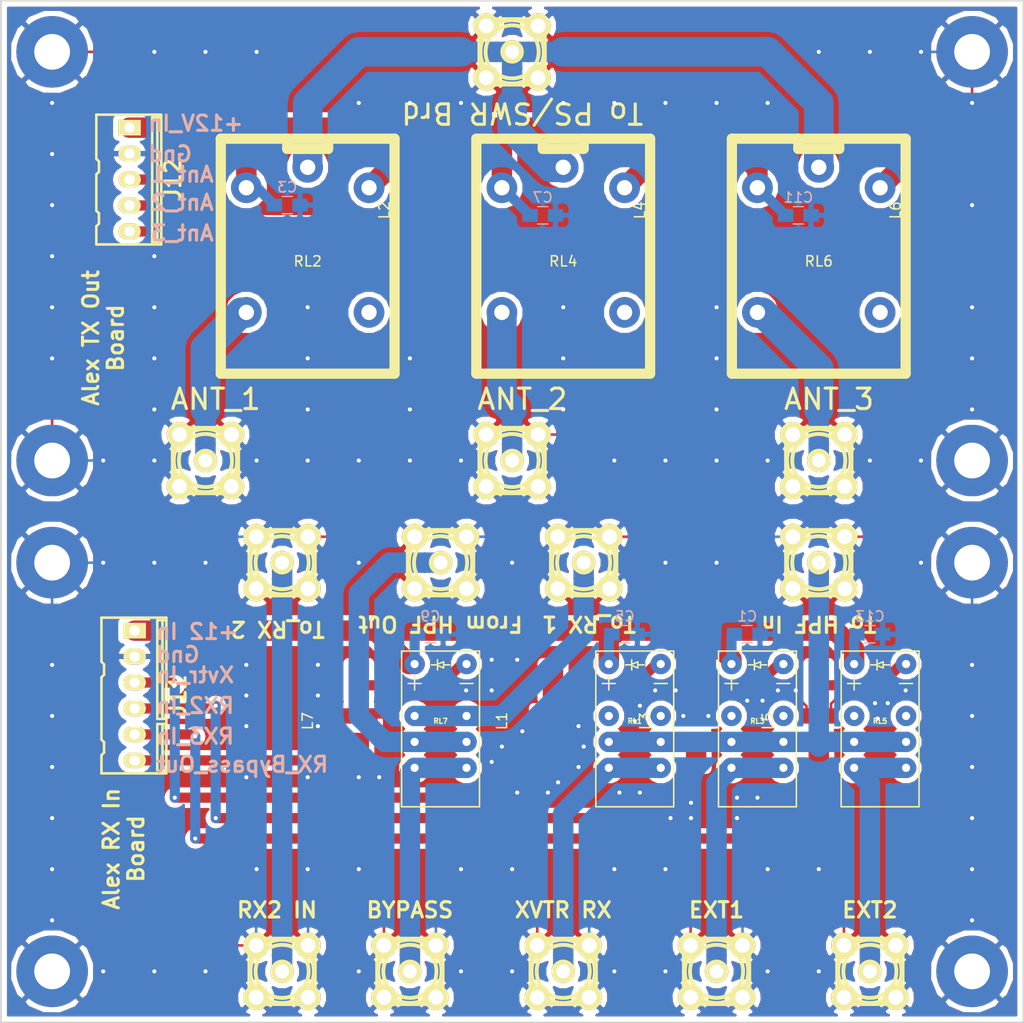
<source format=kicad_pcb>
(kicad_pcb (version 4) (host pcbnew 4.0.7)
  (layers (0 F.Cu signal) (31 B.Cu signal) (34 B.Paste user) (35 F.Paste user) (36 B.SilkS user) (37 F.SilkS user) (38 B.Mask user) (39 F.Mask user) (44 Edge.Cuts user))
  (net 0 "")
  (net 1 GND)
  (net 2 +12V)
  (net 3 "Net-(J1-Pad1)")
  (net 4 "Net-(J2-Pad1)")
  (net 5 "Net-(J3-Pad1)")
  (net 6 "Net-(J4-Pad1)")
  (net 7 "Net-(J5-Pad1)")
  (net 8 "Net-(J6-Pad1)")
  (net 9 "Net-(J7-Pad1)")
  (net 10 "Net-(J8-Pad1)")
  (net 11 "Net-(J9-Pad1)")
  (net 12 "Net-(J10-Pad1)")
  (net 13 Xvtr_IN)
  (net 14 RX2_IN)
  (net 15 RX3_IN)
  (net 16 RX_BYPASS_OUT)
  (net 17 Ant_1)
  (net 18 Ant_2)
  (net 19 Ant_3)
  (net 20 "Net-(J13-Pad1)")
  (net 21 "Net-(J15-Pad1)")
  (net 22 "Net-(L2-Pad1)")
  (net 23 "Net-(L4-Pad1)")
  (net 24 "Net-(L6-Pad1)")
  (net 25 "Net-(L1-Pad1)")
  (net 26 "Net-(L3-Pad1)")
  (net 27 "Net-(L5-Pad1)")
  (net 28 "Net-(L7-Pad1)")
  (module Omron_G5LE:Omron_G5LE (layer F.Cu) (at 100 50)
    (fp_text reference RL6 (at 0 0.5) (layer F.SilkS))
    (fp_text value Omron_G5LE)
    (pad 4 thru_hole circle (at 6 5.5) (size 3 3) (drill 1.5) (layers *.Cu *.Mask))
    (pad 3 thru_hole circle (at -6 5.5) (size 3 3) (drill 1.5) (layers *.Cu *.Mask) (net 12 "Net-(J10-Pad1)"))
    (pad 2 thru_hole circle (at -6 -6.7) (size 3 3) (drill 1.5) (layers *.Cu *.Mask) (net 2 +12V))
    (pad 5 thru_hole circle (at 6 -6.7) (size 3 3) (drill 1.5) (layers *.Cu *.Mask) (net 24 "Net-(L6-Pad1)"))
    (pad 1 thru_hole circle (at 0 -8.7) (size 3 3) (drill 1.5) (layers *.Cu *.Mask) (net 6 "Net-(J4-Pad1)"))
  )
  (module conn_rf:sma_straight_32k101-400l5 (layer F.Cu) (at 47.5 80)
    (fp_text reference J14 hide)
    (fp_text value CONN_COAXIAL hide)
    (pad 1 thru_hole circle (at 0 0) (size 2.3 2.3) (drill 1.35) (layers *.Cu *.Mask F.SilkS) (net 20 "Net-(J13-Pad1)"))
    (pad 2 thru_hole circle (at 2.54 -2.54) (size 2.5 2.5) (drill 1.45) (layers *.Cu *.Mask F.SilkS) (net 1 GND))
    (pad 2 thru_hole circle (at -2.54 -2.54) (size 2.5 2.5) (drill 1.45) (layers *.Cu *.Mask F.SilkS) (net 1 GND))
    (pad 2 thru_hole circle (at -2.54 2.54) (size 2.5 2.5) (drill 1.45) (layers *.Cu *.Mask F.SilkS) (net 1 GND))
    (pad 2 thru_hole circle (at 2.54 2.54) (size 2.5 2.5) (drill 1.45) (layers *.Cu *.Mask F.SilkS) (net 1 GND))
  )
  (module conn_kk100:kk100_22-23-2061 (layer F.Cu) (at 33 93 270)
    (fp_text reference J11 (at 0 -4.318 270) (layer F.SilkS) (effects (font (thickness 0.3048))))
    (fp_text value CONN_01X06 hide)
    (pad 4 thru_hole oval (at 1.27 -0.0762 270) (size 1.524 2.1971) (drill 1.016) (layers *.Cu *.Mask F.SilkS) (net 14 RX2_IN))
    (pad 3 thru_hole oval (at -1.27 -0.0762 270) (size 1.524 2.1971) (drill 1.016) (layers *.Cu *.Mask F.SilkS) (net 13 Xvtr_IN))
    (pad 6 thru_hole oval (at 6.35 -0.0762 270) (size 1.524 2.1971) (drill 1.016) (layers *.Cu *.Mask F.SilkS) (net 16 RX_BYPASS_OUT))
    (pad 5 thru_hole oval (at 3.81 -0.0762 270) (size 1.524 2.1971) (drill 1.016) (layers *.Cu *.Mask F.SilkS) (net 15 RX3_IN))
    (pad 1 thru_hole rect (at -6.35 -0.0762 270) (size 1.524 2.1971) (drill 1.016) (layers *.Cu *.Mask F.SilkS) (net 2 +12V))
    (pad 2 thru_hole oval (at -3.81 -0.0762 270) (size 1.524 2.1971) (drill 1.016) (layers *.Cu *.Mask F.SilkS) (net 1 GND))
  )
  (module Capacitors_SMD:C_0805_HandSoldering (layer B.Cu) (at 93 87 180)
    (fp_text reference C1 (at 0 1.75 180) (layer B.SilkS) (effects (justify mirror)))
    (fp_text value C)
    (pad 1 smd rect (at -1.25 0 180) (size 1.5 1.25) (layers B.Cu B.Paste B.Mask) (net 1 GND))
    (pad 2 smd rect (at 1.25 0 180) (size 1.5 1.25) (layers B.Cu B.Paste B.Mask) (net 2 +12V))
  )
  (module Capacitors_SMD:C_0805_HandSoldering (layer B.Cu) (at 48 45 180)
    (fp_text reference C3 (at 0 1.75 180) (layer B.SilkS) (effects (justify mirror)))
    (fp_text value C)
    (pad 1 smd rect (at -1.25 0 180) (size 1.5 1.25) (layers B.Cu B.Paste B.Mask) (net 1 GND))
    (pad 2 smd rect (at 1.25 0 180) (size 1.5 1.25) (layers B.Cu B.Paste B.Mask) (net 2 +12V))
  )
  (module Capacitors_SMD:C_0805_HandSoldering (layer B.Cu) (at 81 87 180)
    (fp_text reference C5 (at 0 1.75 180) (layer B.SilkS) (effects (justify mirror)))
    (fp_text value C)
    (pad 1 smd rect (at -1.25 0 180) (size 1.5 1.25) (layers B.Cu B.Paste B.Mask) (net 1 GND))
    (pad 2 smd rect (at 1.25 0 180) (size 1.5 1.25) (layers B.Cu B.Paste B.Mask) (net 2 +12V))
  )
  (module Capacitors_SMD:C_0805_HandSoldering (layer B.Cu) (at 73 46 180)
    (fp_text reference C7 (at 0 1.75 180) (layer B.SilkS) (effects (justify mirror)))
    (fp_text value C)
    (pad 1 smd rect (at -1.25 0 180) (size 1.5 1.25) (layers B.Cu B.Paste B.Mask) (net 1 GND))
    (pad 2 smd rect (at 1.25 0 180) (size 1.5 1.25) (layers B.Cu B.Paste B.Mask) (net 2 +12V))
  )
  (module Capacitors_SMD:C_0805_HandSoldering (layer B.Cu) (at 62 87 180)
    (fp_text reference C9 (at 0 1.75 180) (layer B.SilkS) (effects (justify mirror)))
    (fp_text value C)
    (pad 1 smd rect (at -1.25 0 180) (size 1.5 1.25) (layers B.Cu B.Paste B.Mask) (net 1 GND))
    (pad 2 smd rect (at 1.25 0 180) (size 1.5 1.25) (layers B.Cu B.Paste B.Mask) (net 2 +12V))
  )
  (module Capacitors_SMD:C_0805_HandSoldering (layer B.Cu) (at 98 46 180)
    (fp_text reference C11 (at 0 1.75 180) (layer B.SilkS) (effects (justify mirror)))
    (fp_text value C)
    (pad 1 smd rect (at -1.25 0 180) (size 1.5 1.25) (layers B.Cu B.Paste B.Mask) (net 1 GND))
    (pad 2 smd rect (at 1.25 0 180) (size 1.5 1.25) (layers B.Cu B.Paste B.Mask) (net 2 +12V))
  )
  (module Capacitors_SMD:C_0805_HandSoldering (layer B.Cu) (at 105 87 180)
    (fp_text reference C13 (at 0 1.75 180) (layer B.SilkS) (effects (justify mirror)))
    (fp_text value C)
    (pad 1 smd rect (at -1.25 0 180) (size 1.5 1.25) (layers B.Cu B.Paste B.Mask) (net 1 GND))
    (pad 2 smd rect (at 1.25 0 180) (size 1.5 1.25) (layers B.Cu B.Paste B.Mask) (net 2 +12V))
  )
  (module Ferrite_LC_NFM41P:Ferrite_LC_NFM41P (layer F.Cu) (at 74 95 270)
    (fp_text reference L1 (at 0.5 5 270) (layer F.SilkS))
    (fp_text value L_cap)
    (pad 1 smd rect (at -3.4 0 270) (size 3.5 2) (layers F.Cu F.Paste F.Mask) (net 25 "Net-(L1-Pad1)"))
    (pad 3 smd rect (at 3.4 0 270) (size 3.5 2) (layers F.Cu F.Paste F.Mask) (net 13 Xvtr_IN))
    (pad 2 smd rect (at 0 -1.2 270) (size 1.5 1.3) (layers F.Cu F.Paste F.Mask) (net 1 GND))
    (pad 2 smd rect (at 0 1.2 270) (size 1.5 1.3) (layers F.Cu F.Paste F.Mask) (net 1 GND))
  )
  (module Ferrite_LC_NFM41P:Ferrite_LC_NFM41P (layer F.Cu) (at 62.5 45 270)
    (fp_text reference L2 (at 0.5 5 270) (layer F.SilkS))
    (fp_text value L_cap)
    (pad 1 smd rect (at -3.4 0 270) (size 3.5 2) (layers F.Cu F.Paste F.Mask) (net 22 "Net-(L2-Pad1)"))
    (pad 3 smd rect (at 3.4 0 270) (size 3.5 2) (layers F.Cu F.Paste F.Mask) (net 17 Ant_1))
    (pad 2 smd rect (at 0 -1.2 270) (size 1.5 1.3) (layers F.Cu F.Paste F.Mask) (net 1 GND))
    (pad 2 smd rect (at 0 1.2 270) (size 1.5 1.3) (layers F.Cu F.Paste F.Mask) (net 1 GND))
  )
  (module Ferrite_LC_NFM41P:Ferrite_LC_NFM41P (layer F.Cu) (at 88 95 270)
    (fp_text reference L3 (at 0.5 5 270) (layer F.SilkS))
    (fp_text value L_cap)
    (pad 1 smd rect (at -3.4 0 270) (size 3.5 2) (layers F.Cu F.Paste F.Mask) (net 26 "Net-(L3-Pad1)"))
    (pad 3 smd rect (at 3.4 0 270) (size 3.5 2) (layers F.Cu F.Paste F.Mask) (net 14 RX2_IN))
    (pad 2 smd rect (at 0 -1.2 270) (size 1.5 1.3) (layers F.Cu F.Paste F.Mask) (net 1 GND))
    (pad 2 smd rect (at 0 1.2 270) (size 1.5 1.3) (layers F.Cu F.Paste F.Mask) (net 1 GND))
  )
  (module Ferrite_LC_NFM41P:Ferrite_LC_NFM41P (layer F.Cu) (at 87.5 45 270)
    (fp_text reference L4 (at 0.5 5 270) (layer F.SilkS))
    (fp_text value L_cap)
    (pad 1 smd rect (at -3.4 0 270) (size 3.5 2) (layers F.Cu F.Paste F.Mask) (net 23 "Net-(L4-Pad1)"))
    (pad 3 smd rect (at 3.4 0 270) (size 3.5 2) (layers F.Cu F.Paste F.Mask) (net 18 Ant_2))
    (pad 2 smd rect (at 0 -1.2 270) (size 1.5 1.3) (layers F.Cu F.Paste F.Mask) (net 1 GND))
    (pad 2 smd rect (at 0 1.2 270) (size 1.5 1.3) (layers F.Cu F.Paste F.Mask) (net 1 GND))
  )
  (module Ferrite_LC_NFM41P:Ferrite_LC_NFM41P (layer F.Cu) (at 100 95 270)
    (fp_text reference L5 (at 0.5 5 270) (layer F.SilkS))
    (fp_text value L_cap)
    (pad 1 smd rect (at -3.4 0 270) (size 3.5 2) (layers F.Cu F.Paste F.Mask) (net 27 "Net-(L5-Pad1)"))
    (pad 3 smd rect (at 3.4 0 270) (size 3.5 2) (layers F.Cu F.Paste F.Mask) (net 15 RX3_IN))
    (pad 2 smd rect (at 0 -1.2 270) (size 1.5 1.3) (layers F.Cu F.Paste F.Mask) (net 1 GND))
    (pad 2 smd rect (at 0 1.2 270) (size 1.5 1.3) (layers F.Cu F.Paste F.Mask) (net 1 GND))
  )
  (module Ferrite_LC_NFM41P:Ferrite_LC_NFM41P (layer F.Cu) (at 112.5 45 270)
    (fp_text reference L6 (at 0.5 5 270) (layer F.SilkS))
    (fp_text value L_cap)
    (pad 1 smd rect (at -3.4 0 270) (size 3.5 2) (layers F.Cu F.Paste F.Mask) (net 24 "Net-(L6-Pad1)"))
    (pad 3 smd rect (at 3.4 0 270) (size 3.5 2) (layers F.Cu F.Paste F.Mask) (net 19 Ant_3))
    (pad 2 smd rect (at 0 -1.2 270) (size 1.5 1.3) (layers F.Cu F.Paste F.Mask) (net 1 GND))
    (pad 2 smd rect (at 0 1.2 270) (size 1.5 1.3) (layers F.Cu F.Paste F.Mask) (net 1 GND))
  )
  (module Ferrite_LC_NFM41P:Ferrite_LC_NFM41P (layer F.Cu) (at 55 95 270)
    (fp_text reference L7 (at 0.5 5 270) (layer F.SilkS))
    (fp_text value L_cap)
    (pad 1 smd rect (at -3.4 0 270) (size 3.5 2) (layers F.Cu F.Paste F.Mask) (net 28 "Net-(L7-Pad1)"))
    (pad 3 smd rect (at 3.4 0 270) (size 3.5 2) (layers F.Cu F.Paste F.Mask) (net 16 RX_BYPASS_OUT))
    (pad 2 smd rect (at 0 -1.2 270) (size 1.5 1.3) (layers F.Cu F.Paste F.Mask) (net 1 GND))
    (pad 2 smd rect (at 0 1.2 270) (size 1.5 1.3) (layers F.Cu F.Paste F.Mask) (net 1 GND))
  )
  (module 2_Form_C_Relay:THT_2_formC (layer F.Cu) (at 82 95)
    (fp_text reference RL1 (at 0 0.5) (layer F.SilkS) (effects (font (size 0.5 0.5) (thickness 0.125))))
    (fp_text value EC2-12NU)
    (pad 1 thru_hole circle (at -2.54 -5.08) (size 2 2) (drill 0.8) (layers *.Cu *.Mask) (net 2 +12V))
    (pad 12 thru_hole circle (at 2.54 -5.08) (size 2 2) (drill 0.8) (layers *.Cu *.Mask) (net 25 "Net-(L1-Pad1)"))
    (pad 3 thru_hole circle (at -2.54 0) (size 2 2) (drill 0.8) (layers *.Cu *.Mask))
    (pad 10 thru_hole circle (at 2.54 0) (size 2 2) (drill 0.8) (layers *.Cu *.Mask))
    (pad 4 thru_hole circle (at -2.54 2.54) (size 2 2) (drill 0.8) (layers *.Cu *.Mask) (net 11 "Net-(J9-Pad1)"))
    (pad 5 thru_hole circle (at -2.54 5.08) (size 2 2) (drill 0.8) (layers *.Cu *.Mask) (net 3 "Net-(J1-Pad1)"))
    (pad 8 thru_hole circle (at 2.54 5.08) (size 2 2) (drill 0.8) (layers *.Cu *.Mask) (net 3 "Net-(J1-Pad1)"))
    (pad 9 thru_hole circle (at 2.54 2.54) (size 2 2) (drill 0.8) (layers *.Cu *.Mask) (net 11 "Net-(J9-Pad1)"))
  )
  (module Omron_G5LE:Omron_G5LE (layer F.Cu) (at 50 50)
    (fp_text reference RL2 (at 0 0.5) (layer F.SilkS))
    (fp_text value Omron_G5LE)
    (pad 4 thru_hole circle (at 6 5.5) (size 3 3) (drill 1.5) (layers *.Cu *.Mask))
    (pad 3 thru_hole circle (at -6 5.5) (size 3 3) (drill 1.5) (layers *.Cu *.Mask) (net 4 "Net-(J2-Pad1)"))
    (pad 2 thru_hole circle (at -6 -6.7) (size 3 3) (drill 1.5) (layers *.Cu *.Mask) (net 2 +12V))
    (pad 5 thru_hole circle (at 6 -6.7) (size 3 3) (drill 1.5) (layers *.Cu *.Mask) (net 22 "Net-(L2-Pad1)"))
    (pad 1 thru_hole circle (at 0 -8.7) (size 3 3) (drill 1.5) (layers *.Cu *.Mask) (net 6 "Net-(J4-Pad1)"))
  )
  (module 2_Form_C_Relay:THT_2_formC (layer F.Cu) (at 94 95)
    (fp_text reference RL3 (at 0 0.5) (layer F.SilkS) (effects (font (size 0.5 0.5) (thickness 0.125))))
    (fp_text value EC2-12NU)
    (pad 1 thru_hole circle (at -2.54 -5.08) (size 2 2) (drill 0.8) (layers *.Cu *.Mask) (net 2 +12V))
    (pad 12 thru_hole circle (at 2.54 -5.08) (size 2 2) (drill 0.8) (layers *.Cu *.Mask) (net 26 "Net-(L3-Pad1)"))
    (pad 3 thru_hole circle (at -2.54 0) (size 2 2) (drill 0.8) (layers *.Cu *.Mask))
    (pad 10 thru_hole circle (at 2.54 0) (size 2 2) (drill 0.8) (layers *.Cu *.Mask))
    (pad 4 thru_hole circle (at -2.54 2.54) (size 2 2) (drill 0.8) (layers *.Cu *.Mask) (net 11 "Net-(J9-Pad1)"))
    (pad 5 thru_hole circle (at -2.54 5.08) (size 2 2) (drill 0.8) (layers *.Cu *.Mask) (net 5 "Net-(J3-Pad1)"))
    (pad 8 thru_hole circle (at 2.54 5.08) (size 2 2) (drill 0.8) (layers *.Cu *.Mask) (net 5 "Net-(J3-Pad1)"))
    (pad 9 thru_hole circle (at 2.54 2.54) (size 2 2) (drill 0.8) (layers *.Cu *.Mask) (net 11 "Net-(J9-Pad1)"))
  )
  (module Omron_G5LE:Omron_G5LE (layer F.Cu) (at 75 50)
    (fp_text reference RL4 (at 0 0.5) (layer F.SilkS))
    (fp_text value Omron_G5LE)
    (pad 4 thru_hole circle (at 6 5.5) (size 3 3) (drill 1.5) (layers *.Cu *.Mask))
    (pad 3 thru_hole circle (at -6 5.5) (size 3 3) (drill 1.5) (layers *.Cu *.Mask) (net 7 "Net-(J5-Pad1)"))
    (pad 2 thru_hole circle (at -6 -6.7) (size 3 3) (drill 1.5) (layers *.Cu *.Mask) (net 2 +12V))
    (pad 5 thru_hole circle (at 6 -6.7) (size 3 3) (drill 1.5) (layers *.Cu *.Mask) (net 23 "Net-(L4-Pad1)"))
    (pad 1 thru_hole circle (at 0 -8.7) (size 3 3) (drill 1.5) (layers *.Cu *.Mask) (net 6 "Net-(J4-Pad1)"))
  )
  (module 2_Form_C_Relay:THT_2_formC (layer F.Cu) (at 106 95)
    (fp_text reference RL5 (at 0 0.5) (layer F.SilkS) (effects (font (size 0.5 0.5) (thickness 0.125))))
    (fp_text value EC2-12NU)
    (pad 1 thru_hole circle (at -2.54 -5.08) (size 2 2) (drill 0.8) (layers *.Cu *.Mask) (net 2 +12V))
    (pad 12 thru_hole circle (at 2.54 -5.08) (size 2 2) (drill 0.8) (layers *.Cu *.Mask) (net 27 "Net-(L5-Pad1)"))
    (pad 3 thru_hole circle (at -2.54 0) (size 2 2) (drill 0.8) (layers *.Cu *.Mask))
    (pad 10 thru_hole circle (at 2.54 0) (size 2 2) (drill 0.8) (layers *.Cu *.Mask))
    (pad 4 thru_hole circle (at -2.54 2.54) (size 2 2) (drill 0.8) (layers *.Cu *.Mask) (net 11 "Net-(J9-Pad1)"))
    (pad 5 thru_hole circle (at -2.54 5.08) (size 2 2) (drill 0.8) (layers *.Cu *.Mask) (net 8 "Net-(J6-Pad1)"))
    (pad 8 thru_hole circle (at 2.54 5.08) (size 2 2) (drill 0.8) (layers *.Cu *.Mask) (net 8 "Net-(J6-Pad1)"))
    (pad 9 thru_hole circle (at 2.54 2.54) (size 2 2) (drill 0.8) (layers *.Cu *.Mask) (net 11 "Net-(J9-Pad1)"))
  )
  (module 2_Form_C_Relay:THT_2_formC (layer F.Cu) (at 63 95)
    (fp_text reference RL7 (at 0 0.5) (layer F.SilkS) (effects (font (size 0.5 0.5) (thickness 0.125))))
    (fp_text value EC2-12NU)
    (pad 1 thru_hole circle (at -2.54 -5.08) (size 2 2) (drill 0.8) (layers *.Cu *.Mask) (net 2 +12V))
    (pad 12 thru_hole circle (at 2.54 -5.08) (size 2 2) (drill 0.8) (layers *.Cu *.Mask) (net 28 "Net-(L7-Pad1)"))
    (pad 3 thru_hole circle (at -2.54 0) (size 2 2) (drill 0.8) (layers *.Cu *.Mask) (net 9 "Net-(J7-Pad1)"))
    (pad 10 thru_hole circle (at 2.54 0) (size 2 2) (drill 0.8) (layers *.Cu *.Mask) (net 9 "Net-(J7-Pad1)"))
    (pad 4 thru_hole circle (at -2.54 2.54) (size 2 2) (drill 0.8) (layers *.Cu *.Mask) (net 21 "Net-(J15-Pad1)"))
    (pad 5 thru_hole circle (at -2.54 5.08) (size 2 2) (drill 0.8) (layers *.Cu *.Mask) (net 10 "Net-(J8-Pad1)"))
    (pad 8 thru_hole circle (at 2.54 5.08) (size 2 2) (drill 0.8) (layers *.Cu *.Mask) (net 10 "Net-(J8-Pad1)"))
    (pad 9 thru_hole circle (at 2.54 2.54) (size 2 2) (drill 0.8) (layers *.Cu *.Mask) (net 21 "Net-(J15-Pad1)"))
  )
  (module conn_rf:sma_straight_32k101-400l5 (layer F.Cu) (at 75 120)
    (fp_text reference J1 hide)
    (fp_text value CONN_COAXIAL hide)
    (pad 1 thru_hole circle (at 0 0) (size 2.3 2.3) (drill 1.35) (layers *.Cu *.Mask F.SilkS) (net 3 "Net-(J1-Pad1)"))
    (pad 2 thru_hole circle (at 2.54 -2.54) (size 2.5 2.5) (drill 1.45) (layers *.Cu *.Mask F.SilkS) (net 1 GND))
    (pad 2 thru_hole circle (at -2.54 -2.54) (size 2.5 2.5) (drill 1.45) (layers *.Cu *.Mask F.SilkS) (net 1 GND))
    (pad 2 thru_hole circle (at -2.54 2.54) (size 2.5 2.5) (drill 1.45) (layers *.Cu *.Mask F.SilkS) (net 1 GND))
    (pad 2 thru_hole circle (at 2.54 2.54) (size 2.5 2.5) (drill 1.45) (layers *.Cu *.Mask F.SilkS) (net 1 GND))
  )
  (module conn_rf:sma_straight_32k101-400l5 (layer F.Cu) (at 40 70)
    (fp_text reference J2 hide)
    (fp_text value CONN_COAXIAL hide)
    (pad 1 thru_hole circle (at 0 0) (size 2.3 2.3) (drill 1.35) (layers *.Cu *.Mask F.SilkS) (net 4 "Net-(J2-Pad1)"))
    (pad 2 thru_hole circle (at 2.54 -2.54) (size 2.5 2.5) (drill 1.45) (layers *.Cu *.Mask F.SilkS) (net 1 GND))
    (pad 2 thru_hole circle (at -2.54 -2.54) (size 2.5 2.5) (drill 1.45) (layers *.Cu *.Mask F.SilkS) (net 1 GND))
    (pad 2 thru_hole circle (at -2.54 2.54) (size 2.5 2.5) (drill 1.45) (layers *.Cu *.Mask F.SilkS) (net 1 GND))
    (pad 2 thru_hole circle (at 2.54 2.54) (size 2.5 2.5) (drill 1.45) (layers *.Cu *.Mask F.SilkS) (net 1 GND))
  )
  (module conn_rf:sma_straight_32k101-400l5 (layer F.Cu) (at 90 120)
    (fp_text reference J3 hide)
    (fp_text value CONN_COAXIAL hide)
    (pad 1 thru_hole circle (at 0 0) (size 2.3 2.3) (drill 1.35) (layers *.Cu *.Mask F.SilkS) (net 5 "Net-(J3-Pad1)"))
    (pad 2 thru_hole circle (at 2.54 -2.54) (size 2.5 2.5) (drill 1.45) (layers *.Cu *.Mask F.SilkS) (net 1 GND))
    (pad 2 thru_hole circle (at -2.54 -2.54) (size 2.5 2.5) (drill 1.45) (layers *.Cu *.Mask F.SilkS) (net 1 GND))
    (pad 2 thru_hole circle (at -2.54 2.54) (size 2.5 2.5) (drill 1.45) (layers *.Cu *.Mask F.SilkS) (net 1 GND))
    (pad 2 thru_hole circle (at 2.54 2.54) (size 2.5 2.5) (drill 1.45) (layers *.Cu *.Mask F.SilkS) (net 1 GND))
  )
  (module conn_rf:sma_straight_32k101-400l5 (layer F.Cu) (at 70 30)
    (fp_text reference J4 hide)
    (fp_text value CONN_COAXIAL hide)
    (pad 1 thru_hole circle (at 0 0) (size 2.3 2.3) (drill 1.35) (layers *.Cu *.Mask F.SilkS) (net 6 "Net-(J4-Pad1)"))
    (pad 2 thru_hole circle (at 2.54 -2.54) (size 2.5 2.5) (drill 1.45) (layers *.Cu *.Mask F.SilkS) (net 1 GND))
    (pad 2 thru_hole circle (at -2.54 -2.54) (size 2.5 2.5) (drill 1.45) (layers *.Cu *.Mask F.SilkS) (net 1 GND))
    (pad 2 thru_hole circle (at -2.54 2.54) (size 2.5 2.5) (drill 1.45) (layers *.Cu *.Mask F.SilkS) (net 1 GND))
    (pad 2 thru_hole circle (at 2.54 2.54) (size 2.5 2.5) (drill 1.45) (layers *.Cu *.Mask F.SilkS) (net 1 GND))
  )
  (module conn_rf:sma_straight_32k101-400l5 (layer F.Cu) (at 70 70)
    (fp_text reference J5 hide)
    (fp_text value CONN_COAXIAL hide)
    (pad 1 thru_hole circle (at 0 0) (size 2.3 2.3) (drill 1.35) (layers *.Cu *.Mask F.SilkS) (net 7 "Net-(J5-Pad1)"))
    (pad 2 thru_hole circle (at 2.54 -2.54) (size 2.5 2.5) (drill 1.45) (layers *.Cu *.Mask F.SilkS) (net 1 GND))
    (pad 2 thru_hole circle (at -2.54 -2.54) (size 2.5 2.5) (drill 1.45) (layers *.Cu *.Mask F.SilkS) (net 1 GND))
    (pad 2 thru_hole circle (at -2.54 2.54) (size 2.5 2.5) (drill 1.45) (layers *.Cu *.Mask F.SilkS) (net 1 GND))
    (pad 2 thru_hole circle (at 2.54 2.54) (size 2.5 2.5) (drill 1.45) (layers *.Cu *.Mask F.SilkS) (net 1 GND))
  )
  (module conn_rf:sma_straight_32k101-400l5 (layer F.Cu) (at 105 120)
    (fp_text reference J6 hide)
    (fp_text value CONN_COAXIAL hide)
    (pad 1 thru_hole circle (at 0 0) (size 2.3 2.3) (drill 1.35) (layers *.Cu *.Mask F.SilkS) (net 8 "Net-(J6-Pad1)"))
    (pad 2 thru_hole circle (at 2.54 -2.54) (size 2.5 2.5) (drill 1.45) (layers *.Cu *.Mask F.SilkS) (net 1 GND))
    (pad 2 thru_hole circle (at -2.54 -2.54) (size 2.5 2.5) (drill 1.45) (layers *.Cu *.Mask F.SilkS) (net 1 GND))
    (pad 2 thru_hole circle (at -2.54 2.54) (size 2.5 2.5) (drill 1.45) (layers *.Cu *.Mask F.SilkS) (net 1 GND))
    (pad 2 thru_hole circle (at 2.54 2.54) (size 2.5 2.5) (drill 1.45) (layers *.Cu *.Mask F.SilkS) (net 1 GND))
  )
  (module conn_rf:sma_straight_32k101-400l5 (layer F.Cu) (at 77 80)
    (fp_text reference J7 hide)
    (fp_text value CONN_COAXIAL hide)
    (pad 1 thru_hole circle (at 0 0) (size 2.3 2.3) (drill 1.35) (layers *.Cu *.Mask F.SilkS) (net 9 "Net-(J7-Pad1)"))
    (pad 2 thru_hole circle (at 2.54 -2.54) (size 2.5 2.5) (drill 1.45) (layers *.Cu *.Mask F.SilkS) (net 1 GND))
    (pad 2 thru_hole circle (at -2.54 -2.54) (size 2.5 2.5) (drill 1.45) (layers *.Cu *.Mask F.SilkS) (net 1 GND))
    (pad 2 thru_hole circle (at -2.54 2.54) (size 2.5 2.5) (drill 1.45) (layers *.Cu *.Mask F.SilkS) (net 1 GND))
    (pad 2 thru_hole circle (at 2.54 2.54) (size 2.5 2.5) (drill 1.45) (layers *.Cu *.Mask F.SilkS) (net 1 GND))
  )
  (module conn_rf:sma_straight_32k101-400l5 (layer F.Cu) (at 60 120)
    (fp_text reference J8 hide)
    (fp_text value CONN_COAXIAL hide)
    (pad 1 thru_hole circle (at 0 0) (size 2.3 2.3) (drill 1.35) (layers *.Cu *.Mask F.SilkS) (net 10 "Net-(J8-Pad1)"))
    (pad 2 thru_hole circle (at 2.54 -2.54) (size 2.5 2.5) (drill 1.45) (layers *.Cu *.Mask F.SilkS) (net 1 GND))
    (pad 2 thru_hole circle (at -2.54 -2.54) (size 2.5 2.5) (drill 1.45) (layers *.Cu *.Mask F.SilkS) (net 1 GND))
    (pad 2 thru_hole circle (at -2.54 2.54) (size 2.5 2.5) (drill 1.45) (layers *.Cu *.Mask F.SilkS) (net 1 GND))
    (pad 2 thru_hole circle (at 2.54 2.54) (size 2.5 2.5) (drill 1.45) (layers *.Cu *.Mask F.SilkS) (net 1 GND))
  )
  (module conn_rf:sma_straight_32k101-400l5 (layer F.Cu) (at 100 80)
    (fp_text reference J9 hide)
    (fp_text value CONN_COAXIAL hide)
    (pad 1 thru_hole circle (at 0 0) (size 2.3 2.3) (drill 1.35) (layers *.Cu *.Mask F.SilkS) (net 11 "Net-(J9-Pad1)"))
    (pad 2 thru_hole circle (at 2.54 -2.54) (size 2.5 2.5) (drill 1.45) (layers *.Cu *.Mask F.SilkS) (net 1 GND))
    (pad 2 thru_hole circle (at -2.54 -2.54) (size 2.5 2.5) (drill 1.45) (layers *.Cu *.Mask F.SilkS) (net 1 GND))
    (pad 2 thru_hole circle (at -2.54 2.54) (size 2.5 2.5) (drill 1.45) (layers *.Cu *.Mask F.SilkS) (net 1 GND))
    (pad 2 thru_hole circle (at 2.54 2.54) (size 2.5 2.5) (drill 1.45) (layers *.Cu *.Mask F.SilkS) (net 1 GND))
  )
  (module conn_rf:sma_straight_32k101-400l5 (layer F.Cu) (at 100 70)
    (fp_text reference J10 hide)
    (fp_text value CONN_COAXIAL hide)
    (pad 1 thru_hole circle (at 0 0) (size 2.3 2.3) (drill 1.35) (layers *.Cu *.Mask F.SilkS) (net 12 "Net-(J10-Pad1)"))
    (pad 2 thru_hole circle (at 2.54 -2.54) (size 2.5 2.5) (drill 1.45) (layers *.Cu *.Mask F.SilkS) (net 1 GND))
    (pad 2 thru_hole circle (at -2.54 -2.54) (size 2.5 2.5) (drill 1.45) (layers *.Cu *.Mask F.SilkS) (net 1 GND))
    (pad 2 thru_hole circle (at -2.54 2.54) (size 2.5 2.5) (drill 1.45) (layers *.Cu *.Mask F.SilkS) (net 1 GND))
    (pad 2 thru_hole circle (at 2.54 2.54) (size 2.5 2.5) (drill 1.45) (layers *.Cu *.Mask F.SilkS) (net 1 GND))
  )
  (module conn_kk100:kk100_22-23-2051 (layer F.Cu) (at 32.5 42.5 270)
    (fp_text reference J12 (at 0 -4.318 270) (layer F.SilkS) (effects (font (thickness 0.3048))))
    (fp_text value CONN_01X05 hide)
    (pad 3 thru_hole oval (at 0 -0.0762 270) (size 1.524 2.1971) (drill 1.016) (layers *.Cu *.Mask F.SilkS) (net 17 Ant_1))
    (pad 5 thru_hole oval (at 5.08 -0.0762 270) (size 1.524 2.1971) (drill 1.016) (layers *.Cu *.Mask F.SilkS) (net 19 Ant_3))
    (pad 4 thru_hole oval (at 2.54 -0.0762 270) (size 1.524 2.1971) (drill 1.016) (layers *.Cu *.Mask F.SilkS) (net 18 Ant_2))
    (pad 1 thru_hole rect (at -5.08 -0.0762 270) (size 1.524 2.1971) (drill 1.016) (layers *.Cu *.Mask F.SilkS) (net 2 +12V))
    (pad 2 thru_hole oval (at -2.54 -0.0762 270) (size 1.524 2.1971) (drill 1.016) (layers *.Cu *.Mask F.SilkS) (net 1 GND))
  )
  (module conn_rf:sma_straight_32k101-400l5 (layer F.Cu) (at 47.5 120)
    (fp_text reference J13 hide)
    (fp_text value CONN_COAXIAL hide)
    (pad 1 thru_hole circle (at 0 0) (size 2.3 2.3) (drill 1.35) (layers *.Cu *.Mask F.SilkS) (net 20 "Net-(J13-Pad1)"))
    (pad 2 thru_hole circle (at 2.54 -2.54) (size 2.5 2.5) (drill 1.45) (layers *.Cu *.Mask F.SilkS) (net 1 GND))
    (pad 2 thru_hole circle (at -2.54 -2.54) (size 2.5 2.5) (drill 1.45) (layers *.Cu *.Mask F.SilkS) (net 1 GND))
    (pad 2 thru_hole circle (at -2.54 2.54) (size 2.5 2.5) (drill 1.45) (layers *.Cu *.Mask F.SilkS) (net 1 GND))
    (pad 2 thru_hole circle (at 2.54 2.54) (size 2.5 2.5) (drill 1.45) (layers *.Cu *.Mask F.SilkS) (net 1 GND))
  )
  (module conn_rf:sma_straight_32k101-400l5 (layer F.Cu) (at 63 80)
    (fp_text reference J15 hide)
    (fp_text value CONN_COAXIAL hide)
    (pad 1 thru_hole circle (at 0 0) (size 2.3 2.3) (drill 1.35) (layers *.Cu *.Mask F.SilkS) (net 21 "Net-(J15-Pad1)"))
    (pad 2 thru_hole circle (at 2.54 -2.54) (size 2.5 2.5) (drill 1.45) (layers *.Cu *.Mask F.SilkS) (net 1 GND))
    (pad 2 thru_hole circle (at -2.54 -2.54) (size 2.5 2.5) (drill 1.45) (layers *.Cu *.Mask F.SilkS) (net 1 GND))
    (pad 2 thru_hole circle (at -2.54 2.54) (size 2.5 2.5) (drill 1.45) (layers *.Cu *.Mask F.SilkS) (net 1 GND))
    (pad 2 thru_hole circle (at 2.54 2.54) (size 2.5 2.5) (drill 1.45) (layers *.Cu *.Mask F.SilkS) (net 1 GND))
  )
  (module Mounting_Holes:MountingHole_3.5mm_Pad (layer F.Cu) (at 115 70)
    (fp_text reference J16 hide)
    (fp_text value CONN_01X01 hide)
    (pad 1 thru_hole circle (at 0 0) (size 7 7) (drill 3.5) (layers *.Cu *.Mask) (net 1 GND))
  )
  (module Mounting_Holes:MountingHole_3.5mm_Pad (layer F.Cu) (at 25 70)
    (fp_text reference J17 hide)
    (fp_text value CONN_01X01 hide)
    (pad 1 thru_hole circle (at 0 0) (size 7 7) (drill 3.5) (layers *.Cu *.Mask) (net 1 GND))
  )
  (module Mounting_Holes:MountingHole_3.5mm_Pad (layer F.Cu) (at 25 120)
    (fp_text reference J18 hide)
    (fp_text value CONN_01X01 hide)
    (pad 1 thru_hole circle (at 0 0) (size 7 7) (drill 3.5) (layers *.Cu *.Mask) (net 1 GND))
  )
  (module Mounting_Holes:MountingHole_3.5mm_Pad (layer F.Cu) (at 115 120)
    (fp_text reference J19 hide)
    (fp_text value CONN_01X01 hide)
    (pad 1 thru_hole circle (at 0 0) (size 7 7) (drill 3.5) (layers *.Cu *.Mask) (net 1 GND))
  )
  (module Mounting_Holes:MountingHole_3.5mm_Pad (layer F.Cu) (at 115 80)
    (fp_text reference J20 hide)
    (fp_text value CONN_01X01 hide)
    (pad 1 thru_hole circle (at 0 0) (size 7 7) (drill 3.5) (layers *.Cu *.Mask) (net 1 GND))
  )
  (module Mounting_Holes:MountingHole_3.5mm_Pad (layer F.Cu) (at 25 80)
    (fp_text reference J21 hide)
    (fp_text value CONN_01X01 hide)
    (pad 1 thru_hole circle (at 0 0) (size 7 7) (drill 3.5) (layers *.Cu *.Mask) (net 1 GND))
  )
  (module Mounting_Holes:MountingHole_3.5mm_Pad (layer F.Cu) (at 25 30)
    (fp_text reference J22 hide)
    (fp_text value CONN_01X01 hide)
    (pad 1 thru_hole circle (at 0 0) (size 7 7) (drill 3.5) (layers *.Cu *.Mask) (net 1 GND))
  )
  (module Mounting_Holes:MountingHole_3.5mm_Pad (layer F.Cu) (at 115 30)
    (fp_text reference J23 hide)
    (fp_text value CONN_01X01 hide)
    (pad 1 thru_hole circle (at 0 0) (size 7 7) (drill 3.5) (layers *.Cu *.Mask) (net 1 GND))
  )
  (gr_text Ant_3 (at 34.5 47.75) (layer B.SilkS) (effects (font (size 1.5 1.5) (thickness 0.3)) (justify right mirror)))
  (gr_text Ant_2 (at 34.5 44.75) (layer B.SilkS) (effects (font (size 1.5 1.5) (thickness 0.3)) (justify right mirror)))
  (gr_text Ant_1 (at 34.5 42) (layer B.SilkS) (effects (font (size 1.5 1.5) (thickness 0.3)) (justify right mirror)))
  (gr_text "Gnd\n" (at 34.25 40) (layer B.SilkS) (effects (font (size 1.5 1.5) (thickness 0.3)) (justify right mirror)))
  (gr_text +12V_In (at 34.25 37) (layer B.SilkS) (effects (font (size 1.5 1.5) (thickness 0.3)) (justify right mirror)))
  (gr_text RX_Bypass_Out (at 35 99.75) (layer B.SilkS) (effects (font (size 1.5 1.5) (thickness 0.3)) (justify right mirror)))
  (gr_text RX3_In (at 35 97) (layer B.SilkS) (effects (font (size 1.5 1.5) (thickness 0.3)) (justify right mirror)))
  (gr_text "RX2_In\n" (at 35 94) (layer B.SilkS) (effects (font (size 1.5 1.5) (thickness 0.3)) (justify right mirror)))
  (gr_text Xvtr_In (at 35 91) (layer B.SilkS) (effects (font (size 1.5 1.5) (thickness 0.3)) (justify right mirror)))
  (gr_text Gnd (at 35 89) (layer B.SilkS) (effects (font (size 1.5 1.5) (thickness 0.3)) (justify right mirror)))
  (gr_text "+12 In" (at 35 86.75) (layer B.SilkS) (effects (font (size 1.5 1.5) (thickness 0.3)) (justify right mirror)))
  (gr_text "Alex RX In\nBoard\n" (at 32 108 90) (layer F.SilkS) (effects (font (size 1.5 1.5) (thickness 0.3))))
  (gr_text "Alex TX Out\nBoard" (at 30 58 90) (layer F.SilkS) (effects (font (size 1.5 1.5) (thickness 0.3))))
  (gr_text "To_RX 1" (at 77.5 86 180) (layer F.SilkS) (effects (font (size 1.5 1.5) (thickness 0.3))))
  (gr_text "To HPF In" (at 100 86 180) (layer F.SilkS) (effects (font (size 1.5 1.5) (thickness 0.3))))
  (gr_text "From HPF Out\n" (at 63 86 180) (layer F.SilkS) (effects (font (size 1.5 1.5) (thickness 0.3))))
  (gr_text "To_RX 2 \n" (at 46.5 86.5 180) (layer F.SilkS) (effects (font (size 1.5 1.5) (thickness 0.3))))
  (gr_text "RX2 IN" (at 47 114) (layer F.SilkS) (effects (font (size 1.5 1.5) (thickness 0.3))))
  (gr_text BYPASS (at 60 114) (layer F.SilkS) (effects (font (size 1.5 1.5) (thickness 0.3))))
  (gr_text EXT2 (at 105 114) (layer F.SilkS) (effects (font (size 1.5 1.5) (thickness 0.3))))
  (gr_text EXT1 (at 90 114) (layer F.SilkS) (effects (font (size 1.5 1.5) (thickness 0.3))))
  (gr_text "XVTR RX" (at 75 114) (layer F.SilkS) (effects (font (size 1.5 1.5) (thickness 0.3))))
  (gr_text "To PS/SWR Brd" (at 71 36 180) (layer F.SilkS) (effects (font (size 2 2) (thickness 0.3))))
  (gr_text ANT_3 (at 101 64) (layer F.SilkS) (effects (font (size 2 2) (thickness 0.3))))
  (gr_text ANT_2 (at 71 64) (layer F.SilkS) (effects (font (size 2 2) (thickness 0.3))))
  (gr_text ANT_1 (at 41 64) (layer F.SilkS) (effects (font (size 2 2) (thickness 0.3))))
  (gr_line (start 120 75) (end 120 125) (angle 90) (layer Edge.Cuts) (width 0.15))
  (gr_line (start 120 125) (end 20 125) (angle 90) (layer Edge.Cuts) (width 0.15))
  (gr_line (start 20 125) (end 20 75) (angle 90) (layer Edge.Cuts) (width 0.15))
  (gr_line (start 20 25) (end 25 25) (angle 90) (layer Edge.Cuts) (width 0.15))
  (gr_line (start 20 75) (end 20 25) (angle 90) (layer Edge.Cuts) (width 0.15))
  (gr_line (start 120 25) (end 120 75) (angle 90) (layer Edge.Cuts) (width 0.15))
  (gr_line (start 25 25) (end 120 25) (angle 90) (layer Edge.Cuts) (width 0.15))
  (segment (start 105.75 95.25) (end 105.75 94.75) (width 0.25) (layer F.Cu) (net 1))
  (segment (start 101.2 93.8) (end 101.75 93.25) (width 0.25) (layer F.Cu) (net 1))
  (segment (start 101.75 93.25) (end 105 93.25) (width 0.25) (layer F.Cu) (net 1))
  (segment (start 105 93.25) (end 105.5 93.75) (width 0.25) (layer F.Cu) (net 1))
  (via (at 105.5 93.75) (size 0.6) (drill 0.4) (layers F.Cu B.Cu) (net 1))
  (segment (start 105.5 93.75) (end 105.75 94) (width 0.25) (layer B.Cu) (net 1))
  (segment (start 105.75 94) (end 105.75 95.25) (width 0.25) (layer B.Cu) (net 1))
  (via (at 105.75 95.25) (size 0.6) (drill 0.4) (layers F.Cu B.Cu) (net 1))
  (segment (start 101.2 95) (end 101.2 93.8) (width 0.25) (layer F.Cu) (net 1))
  (via (at 108.5 92.5) (size 0.6) (drill 0.4) (layers F.Cu B.Cu) (net 1))
  (segment (start 108 92.5) (end 108.5 92.5) (width 0.25) (layer B.Cu) (net 1))
  (segment (start 106.75 93.75) (end 108 92.5) (width 0.25) (layer B.Cu) (net 1))
  (via (at 106.75 93.75) (size 0.6) (drill 0.4) (layers F.Cu B.Cu) (net 1))
  (segment (start 105.75 94.75) (end 106.75 93.75) (width 0.25) (layer F.Cu) (net 1))
  (segment (start 98.8 95) (end 98.8 94.05) (width 0.25) (layer F.Cu) (net 1))
  (via (at 97.75 92.5) (size 0.6) (drill 0.4) (layers F.Cu B.Cu) (net 1))
  (segment (start 97.75 93) (end 97.75 92.5) (width 0.25) (layer F.Cu) (net 1))
  (segment (start 98.8 94.05) (end 97.75 93) (width 0.25) (layer F.Cu) (net 1))
  (via (at 89.2 95) (size 0.6) (drill 0.4) (layers F.Cu B.Cu) (net 1))
  (segment (start 89.5 93.75) (end 90 93.25) (width 0.25) (layer F.Cu) (net 1))
  (segment (start 90 93.25) (end 92.5 93.25) (width 0.25) (layer F.Cu) (net 1))
  (segment (start 92.5 93.25) (end 93 93.5) (width 0.25) (layer F.Cu) (net 1))
  (via (at 93 93.5) (size 0.6) (drill 0.4) (layers F.Cu B.Cu) (net 1))
  (segment (start 93 93.5) (end 94.5 93.5) (width 0.25) (layer B.Cu) (net 1))
  (via (at 94.5 93.5) (size 0.6) (drill 0.4) (layers F.Cu B.Cu) (net 1))
  (segment (start 94.5 93.5) (end 95.5 92.5) (width 0.25) (layer F.Cu) (net 1))
  (segment (start 96 92.5) (end 95.5 92.5) (width 0.25) (layer F.Cu) (net 1))
  (via (at 96 92.5) (size 0.6) (drill 0.4) (layers F.Cu B.Cu) (net 1))
  (segment (start 89.2 95) (end 89.5 93.75) (width 0.25) (layer F.Cu) (net 1))
  (segment (start 89.2 95) (end 89.25 95) (width 0.25) (layer B.Cu) (net 1))
  (via (at 86.75 95) (size 0.6) (drill 0.4) (layers F.Cu B.Cu) (net 1))
  (segment (start 86.75 95) (end 86.8 95) (width 0.25) (layer F.Cu) (net 1))
  (segment (start 44 90) (end 51 90) (width 0.25) (layer F.Cu) (net 1))
  (via (at 51 96) (size 0.6) (drill 0.4) (layers F.Cu B.Cu) (net 1))
  (segment (start 51 93) (end 51 96) (width 0.25) (layer F.Cu) (net 1))
  (via (at 51 93) (size 0.6) (drill 0.4) (layers F.Cu B.Cu) (net 1))
  (segment (start 51 90) (end 51 93) (width 0.25) (layer B.Cu) (net 1))
  (via (at 51 90) (size 0.6) (drill 0.4) (layers F.Cu B.Cu) (net 1))
  (segment (start 68 92.5) (end 65.5 92.5) (width 0.25) (layer B.Cu) (net 1))
  (via (at 65.5 92.5) (size 0.6) (drill 0.4) (layers F.Cu B.Cu) (net 1))
  (segment (start 69 98) (end 69 93.5) (width 0.25) (layer F.Cu) (net 1))
  (via (at 70.5 89.5) (size 0.6) (drill 0.4) (layers F.Cu B.Cu) (net 1))
  (segment (start 68 89.5) (end 70.5 89.5) (width 0.25) (layer F.Cu) (net 1))
  (via (at 68 89.5) (size 0.6) (drill 0.4) (layers F.Cu B.Cu) (net 1))
  (segment (start 68 92.5) (end 68 89.5) (width 0.25) (layer B.Cu) (net 1))
  (via (at 68 92.5) (size 0.6) (drill 0.4) (layers F.Cu B.Cu) (net 1))
  (segment (start 69 93.5) (end 68 92.5) (width 0.25) (layer F.Cu) (net 1))
  (segment (start 87.5 103.5) (end 90.5 103.5) (width 0.25) (layer F.Cu) (net 1))
  (segment (start 83 102.5) (end 85.5 105) (width 0.25) (layer B.Cu) (net 1))
  (via (at 85.5 105) (size 0.6) (drill 0.4) (layers F.Cu B.Cu) (net 1))
  (segment (start 85.5 105) (end 87.5 105) (width 0.25) (layer F.Cu) (net 1))
  (via (at 87.5 105) (size 0.6) (drill 0.4) (layers F.Cu B.Cu) (net 1))
  (segment (start 87.5 105) (end 87.5 103.5) (width 0.25) (layer B.Cu) (net 1))
  (via (at 87.5 103.5) (size 0.6) (drill 0.4) (layers F.Cu B.Cu) (net 1))
  (segment (start 73.5 102.5) (end 80.5 102.5) (width 0.25) (layer F.Cu) (net 1))
  (via (at 82.5 102.5) (size 0.6) (drill 0.4) (layers F.Cu B.Cu) (net 1))
  (segment (start 80.5 102.5) (end 82.5 102.5) (width 0.25) (layer B.Cu) (net 1))
  (via (at 80.5 102.5) (size 0.6) (drill 0.4) (layers F.Cu B.Cu) (net 1))
  (segment (start 82.5 102.5) (end 83 102.5) (width 0.25) (layer B.Cu) (net 1))
  (via (at 94 103) (size 0.6) (drill 0.4) (layers F.Cu B.Cu) (net 1))
  (segment (start 92 103) (end 94 103) (width 0.25) (layer F.Cu) (net 1))
  (via (at 92 103) (size 0.6) (drill 0.4) (layers F.Cu B.Cu) (net 1))
  (segment (start 92 105) (end 92 103) (width 0.25) (layer B.Cu) (net 1))
  (via (at 92 105) (size 0.6) (drill 0.4) (layers F.Cu B.Cu) (net 1))
  (segment (start 90.5 103.5) (end 92 105) (width 0.25) (layer F.Cu) (net 1))
  (segment (start 86.8 95) (end 86.8 94.3) (width 0.25) (layer F.Cu) (net 1))
  (segment (start 86.8 94.3) (end 86 93.5) (width 0.25) (layer F.Cu) (net 1))
  (segment (start 86 93.5) (end 86 92.5) (width 0.25) (layer F.Cu) (net 1))
  (via (at 86 92.5) (size 0.6) (drill 0.4) (layers F.Cu B.Cu) (net 1))
  (segment (start 86 92.5) (end 84 92.5) (width 0.25) (layer B.Cu) (net 1))
  (via (at 84 92.5) (size 0.6) (drill 0.4) (layers F.Cu B.Cu) (net 1))
  (segment (start 84 92.5) (end 82.5 94) (width 0.25) (layer F.Cu) (net 1))
  (via (at 82.5 94) (size 0.6) (drill 0.4) (layers F.Cu B.Cu) (net 1))
  (segment (start 82.5 94) (end 82 94.5) (width 0.25) (layer B.Cu) (net 1))
  (segment (start 82 94.5) (end 82 95.5) (width 0.25) (layer B.Cu) (net 1))
  (via (at 82 95.5) (size 0.6) (drill 0.4) (layers F.Cu B.Cu) (net 1))
  (segment (start 72.8 95) (end 72.5 95) (width 0.25) (layer F.Cu) (net 1))
  (segment (start 72.5 95) (end 71 96.5) (width 0.25) (layer F.Cu) (net 1))
  (via (at 71 96.5) (size 0.6) (drill 0.4) (layers F.Cu B.Cu) (net 1))
  (segment (start 71 96.5) (end 69.5 98) (width 0.25) (layer B.Cu) (net 1))
  (segment (start 69.5 98) (end 69 98) (width 0.25) (layer B.Cu) (net 1))
  (via (at 69 98) (size 0.6) (drill 0.4) (layers F.Cu B.Cu) (net 1))
  (segment (start 69 98) (end 68 99) (width 0.25) (layer F.Cu) (net 1))
  (segment (start 68 99) (end 68 99.5) (width 0.25) (layer F.Cu) (net 1))
  (via (at 68 99.5) (size 0.6) (drill 0.4) (layers F.Cu B.Cu) (net 1))
  (segment (start 75.2 95) (end 76 95) (width 0.25) (layer F.Cu) (net 1))
  (via (at 70.5 102.5) (size 0.6) (drill 0.4) (layers F.Cu B.Cu) (net 1))
  (segment (start 73.5 102.5) (end 70.5 102.5) (width 0.25) (layer B.Cu) (net 1))
  (via (at 73.5 102.5) (size 0.6) (drill 0.4) (layers F.Cu B.Cu) (net 1))
  (segment (start 74.5 101.5) (end 73.5 102.5) (width 0.25) (layer F.Cu) (net 1))
  (via (at 74.5 101.5) (size 0.6) (drill 0.4) (layers F.Cu B.Cu) (net 1))
  (segment (start 75 101.5) (end 74.5 101.5) (width 0.25) (layer B.Cu) (net 1))
  (segment (start 76.5 100) (end 75 101.5) (width 0.25) (layer B.Cu) (net 1))
  (via (at 76.5 100) (size 0.6) (drill 0.4) (layers F.Cu B.Cu) (net 1))
  (segment (start 76.5 98.5) (end 76.5 100) (width 0.25) (layer F.Cu) (net 1))
  (segment (start 77 98) (end 76.5 98.5) (width 0.25) (layer F.Cu) (net 1))
  (via (at 77 98) (size 0.6) (drill 0.4) (layers F.Cu B.Cu) (net 1))
  (segment (start 77 96.5) (end 77 98) (width 0.25) (layer B.Cu) (net 1))
  (segment (start 76.5 96) (end 77 96.5) (width 0.25) (layer B.Cu) (net 1))
  (via (at 76.5 96) (size 0.6) (drill 0.4) (layers F.Cu B.Cu) (net 1))
  (segment (start 76.5 95.5) (end 76.5 96) (width 0.25) (layer F.Cu) (net 1))
  (segment (start 76 95) (end 76.5 95.5) (width 0.25) (layer F.Cu) (net 1))
  (segment (start 33.0762 89.19) (end 43.19 89.19) (width 0.25) (layer F.Cu) (net 1))
  (via (at 57 101) (size 0.6) (drill 0.4) (layers F.Cu B.Cu) (net 1))
  (segment (start 55 101) (end 57 101) (width 0.25) (layer F.Cu) (net 1))
  (via (at 55 101) (size 0.6) (drill 0.4) (layers F.Cu B.Cu) (net 1))
  (segment (start 50 101) (end 55 101) (width 0.25) (layer B.Cu) (net 1))
  (via (at 50 101) (size 0.6) (drill 0.4) (layers F.Cu B.Cu) (net 1))
  (segment (start 44 101) (end 50 101) (width 0.25) (layer F.Cu) (net 1))
  (via (at 44 101) (size 0.6) (drill 0.4) (layers F.Cu B.Cu) (net 1))
  (segment (start 44 96) (end 44 101) (width 0.25) (layer B.Cu) (net 1))
  (via (at 44 96) (size 0.6) (drill 0.4) (layers F.Cu B.Cu) (net 1))
  (segment (start 44 93) (end 44 96) (width 0.25) (layer F.Cu) (net 1))
  (via (at 44 93) (size 0.6) (drill 0.4) (layers F.Cu B.Cu) (net 1))
  (segment (start 44 90) (end 44 93) (width 0.25) (layer B.Cu) (net 1))
  (via (at 44 90) (size 0.6) (drill 0.4) (layers F.Cu B.Cu) (net 1))
  (segment (start 43.19 89.19) (end 44 90) (width 0.25) (layer F.Cu) (net 1))
  (segment (start 115 30) (end 115 35) (width 0.25) (layer F.Cu) (net 1))
  (via (at 115 65) (size 0.6) (drill 0.4) (layers F.Cu B.Cu) (net 1))
  (segment (start 115 60) (end 115 65) (width 0.25) (layer F.Cu) (net 1))
  (via (at 115 60) (size 0.6) (drill 0.4) (layers F.Cu B.Cu) (net 1))
  (segment (start 115 55) (end 115 60) (width 0.25) (layer B.Cu) (net 1))
  (via (at 115 55) (size 0.6) (drill 0.4) (layers F.Cu B.Cu) (net 1))
  (segment (start 115 45) (end 115 55) (width 0.25) (layer F.Cu) (net 1))
  (via (at 115 45) (size 0.6) (drill 0.4) (layers F.Cu B.Cu) (net 1))
  (segment (start 115 35) (end 115 45) (width 0.25) (layer B.Cu) (net 1))
  (via (at 115 35) (size 0.6) (drill 0.4) (layers F.Cu B.Cu) (net 1))
  (segment (start 115 30) (end 110 30) (width 0.25) (layer B.Cu) (net 1))
  (via (at 100 30) (size 0.6) (drill 0.4) (layers F.Cu B.Cu) (net 1))
  (segment (start 105 30) (end 100 30) (width 0.25) (layer B.Cu) (net 1))
  (via (at 105 30) (size 0.6) (drill 0.4) (layers F.Cu B.Cu) (net 1))
  (segment (start 110 30) (end 105 30) (width 0.25) (layer F.Cu) (net 1))
  (via (at 110 30) (size 0.6) (drill 0.4) (layers F.Cu B.Cu) (net 1))
  (segment (start 72.54 32.54) (end 75 35) (width 0.25) (layer F.Cu) (net 1))
  (via (at 95 35) (size 0.6) (drill 0.4) (layers F.Cu B.Cu) (net 1))
  (segment (start 90 35) (end 95 35) (width 0.25) (layer F.Cu) (net 1))
  (via (at 90 35) (size 0.6) (drill 0.4) (layers F.Cu B.Cu) (net 1))
  (segment (start 85 35) (end 90 35) (width 0.25) (layer B.Cu) (net 1))
  (via (at 85 35) (size 0.6) (drill 0.4) (layers F.Cu B.Cu) (net 1))
  (segment (start 80 35) (end 85 35) (width 0.25) (layer F.Cu) (net 1))
  (via (at 80 35) (size 0.6) (drill 0.4) (layers F.Cu B.Cu) (net 1))
  (segment (start 75 35) (end 80 35) (width 0.25) (layer B.Cu) (net 1))
  (via (at 75 35) (size 0.6) (drill 0.4) (layers F.Cu B.Cu) (net 1))
  (segment (start 67.46 32.54) (end 65 35) (width 0.25) (layer B.Cu) (net 1))
  (via (at 55 35) (size 0.6) (drill 0.4) (layers F.Cu B.Cu) (net 1))
  (segment (start 60 35) (end 55 35) (width 0.25) (layer B.Cu) (net 1))
  (via (at 60 35) (size 0.6) (drill 0.4) (layers F.Cu B.Cu) (net 1))
  (segment (start 65 35) (end 60 35) (width 0.25) (layer F.Cu) (net 1))
  (via (at 65 35) (size 0.6) (drill 0.4) (layers F.Cu B.Cu) (net 1))
  (segment (start 25 30) (end 35 30) (width 0.25) (layer F.Cu) (net 1))
  (via (at 45 30) (size 0.6) (drill 0.4) (layers F.Cu B.Cu) (net 1))
  (segment (start 40 30) (end 45 30) (width 0.25) (layer F.Cu) (net 1))
  (via (at 40 30) (size 0.6) (drill 0.4) (layers F.Cu B.Cu) (net 1))
  (segment (start 35 30) (end 40 30) (width 0.25) (layer B.Cu) (net 1))
  (via (at 35 30) (size 0.6) (drill 0.4) (layers F.Cu B.Cu) (net 1))
  (segment (start 25 70) (end 25 60) (width 0.25) (layer F.Cu) (net 1))
  (via (at 25 35) (size 0.6) (drill 0.4) (layers F.Cu B.Cu) (net 1))
  (segment (start 25 40) (end 25 35) (width 0.25) (layer B.Cu) (net 1))
  (via (at 25 40) (size 0.6) (drill 0.4) (layers F.Cu B.Cu) (net 1))
  (segment (start 25 45) (end 25 40) (width 0.25) (layer F.Cu) (net 1))
  (via (at 25 45) (size 0.6) (drill 0.4) (layers F.Cu B.Cu) (net 1))
  (segment (start 25 50) (end 25 45) (width 0.25) (layer B.Cu) (net 1))
  (via (at 25 50) (size 0.6) (drill 0.4) (layers F.Cu B.Cu) (net 1))
  (segment (start 25 55) (end 25 50) (width 0.25) (layer F.Cu) (net 1))
  (via (at 25 55) (size 0.6) (drill 0.4) (layers F.Cu B.Cu) (net 1))
  (segment (start 25 60) (end 25 55) (width 0.25) (layer B.Cu) (net 1))
  (via (at 25 60) (size 0.6) (drill 0.4) (layers F.Cu B.Cu) (net 1))
  (segment (start 80 70) (end 75 65) (width 0.25) (layer B.Cu) (net 1))
  (via (at 75 55) (size 0.6) (drill 0.4) (layers F.Cu B.Cu) (net 1))
  (segment (start 75 60) (end 75 55) (width 0.25) (layer B.Cu) (net 1))
  (via (at 75 60) (size 0.6) (drill 0.4) (layers F.Cu B.Cu) (net 1))
  (segment (start 75 65) (end 75 60) (width 0.25) (layer F.Cu) (net 1))
  (via (at 75 65) (size 0.6) (drill 0.4) (layers F.Cu B.Cu) (net 1))
  (segment (start 50 70) (end 50 65) (width 0.25) (layer F.Cu) (net 1))
  (via (at 50 55) (size 0.6) (drill 0.4) (layers F.Cu B.Cu) (net 1))
  (segment (start 50 60) (end 50 55) (width 0.25) (layer F.Cu) (net 1))
  (via (at 50 60) (size 0.6) (drill 0.4) (layers F.Cu B.Cu) (net 1))
  (segment (start 50 65) (end 50 60) (width 0.25) (layer B.Cu) (net 1))
  (via (at 50 65) (size 0.6) (drill 0.4) (layers F.Cu B.Cu) (net 1))
  (segment (start 35 70) (end 35 65) (width 0.25) (layer F.Cu) (net 1))
  (via (at 30 70) (size 0.6) (drill 0.4) (layers F.Cu B.Cu) (net 1))
  (segment (start 30 70) (end 35 70) (width 0.25) (layer F.Cu) (net 1))
  (via (at 35 70) (size 0.6) (drill 0.4) (layers F.Cu B.Cu) (net 1))
  (segment (start 25 70) (end 30 70) (width 0.25) (layer B.Cu) (net 1))
  (via (at 35 50) (size 0.6) (drill 0.4) (layers F.Cu B.Cu) (net 1))
  (segment (start 35 55) (end 35 50) (width 0.25) (layer B.Cu) (net 1))
  (via (at 35 55) (size 0.6) (drill 0.4) (layers F.Cu B.Cu) (net 1))
  (segment (start 35 60) (end 35 55) (width 0.25) (layer F.Cu) (net 1))
  (via (at 35 60) (size 0.6) (drill 0.4) (layers F.Cu B.Cu) (net 1))
  (segment (start 35 65) (end 35 60) (width 0.25) (layer B.Cu) (net 1))
  (via (at 35 65) (size 0.6) (drill 0.4) (layers F.Cu B.Cu) (net 1))
  (segment (start 60 70) (end 60 65) (width 0.25) (layer B.Cu) (net 1))
  (via (at 60 60) (size 0.6) (drill 0.4) (layers F.Cu B.Cu) (net 1))
  (segment (start 60 65) (end 60 60) (width 0.25) (layer F.Cu) (net 1))
  (via (at 60 65) (size 0.6) (drill 0.4) (layers F.Cu B.Cu) (net 1))
  (segment (start 90 70) (end 90 65) (width 0.25) (layer F.Cu) (net 1))
  (via (at 90 55) (size 0.6) (drill 0.4) (layers F.Cu B.Cu) (net 1))
  (segment (start 90 60) (end 90 55) (width 0.25) (layer F.Cu) (net 1))
  (via (at 90 60) (size 0.6) (drill 0.4) (layers F.Cu B.Cu) (net 1))
  (segment (start 90 65) (end 90 60) (width 0.25) (layer B.Cu) (net 1))
  (via (at 90 65) (size 0.6) (drill 0.4) (layers F.Cu B.Cu) (net 1))
  (segment (start 102.54 67.46) (end 102.54 67.54) (width 0.25) (layer F.Cu) (net 1))
  (segment (start 102.54 67.54) (end 105 70) (width 0.25) (layer F.Cu) (net 1))
  (via (at 105 70) (size 0.6) (drill 0.4) (layers F.Cu B.Cu) (net 1))
  (segment (start 105 70) (end 110 70) (width 0.25) (layer B.Cu) (net 1))
  (via (at 110 70) (size 0.6) (drill 0.4) (layers F.Cu B.Cu) (net 1))
  (segment (start 72.54 67.46) (end 77.46 67.46) (width 0.25) (layer F.Cu) (net 1))
  (via (at 95 70) (size 0.6) (drill 0.4) (layers F.Cu B.Cu) (net 1))
  (segment (start 90 70) (end 95 70) (width 0.25) (layer B.Cu) (net 1))
  (via (at 90 70) (size 0.6) (drill 0.4) (layers F.Cu B.Cu) (net 1))
  (segment (start 85 70) (end 90 70) (width 0.25) (layer F.Cu) (net 1))
  (via (at 85 70) (size 0.6) (drill 0.4) (layers F.Cu B.Cu) (net 1))
  (segment (start 80 70) (end 85 70) (width 0.25) (layer B.Cu) (net 1))
  (via (at 80 70) (size 0.6) (drill 0.4) (layers F.Cu B.Cu) (net 1))
  (segment (start 77.46 67.46) (end 80 70) (width 0.25) (layer F.Cu) (net 1))
  (segment (start 42.54 67.46) (end 42.54 67.54) (width 0.25) (layer B.Cu) (net 1))
  (segment (start 42.54 67.54) (end 45 70) (width 0.25) (layer B.Cu) (net 1))
  (via (at 45 70) (size 0.6) (drill 0.4) (layers F.Cu B.Cu) (net 1))
  (segment (start 45 70) (end 50 70) (width 0.25) (layer F.Cu) (net 1))
  (via (at 50 70) (size 0.6) (drill 0.4) (layers F.Cu B.Cu) (net 1))
  (segment (start 50 70) (end 55 70) (width 0.25) (layer B.Cu) (net 1))
  (via (at 55 70) (size 0.6) (drill 0.4) (layers F.Cu B.Cu) (net 1))
  (segment (start 55 70) (end 60 70) (width 0.25) (layer F.Cu) (net 1))
  (via (at 60 70) (size 0.6) (drill 0.4) (layers F.Cu B.Cu) (net 1))
  (segment (start 60 70) (end 65 70) (width 0.25) (layer B.Cu) (net 1))
  (via (at 65 70) (size 0.6) (drill 0.4) (layers F.Cu B.Cu) (net 1))
  (segment (start 25 80) (end 30 80) (width 0.25) (layer B.Cu) (net 1))
  (via (at 35 80) (size 0.6) (drill 0.4) (layers F.Cu B.Cu) (net 1))
  (segment (start 30 80) (end 35 80) (width 0.25) (layer F.Cu) (net 1))
  (via (at 30 80) (size 0.6) (drill 0.4) (layers F.Cu B.Cu) (net 1))
  (segment (start 25 80) (end 25 90) (width 0.25) (layer B.Cu) (net 1))
  (via (at 25 115) (size 0.6) (drill 0.4) (layers F.Cu B.Cu) (net 1))
  (segment (start 25 110) (end 25 115) (width 0.25) (layer F.Cu) (net 1))
  (via (at 25 110) (size 0.6) (drill 0.4) (layers F.Cu B.Cu) (net 1))
  (segment (start 25 105) (end 25 110) (width 0.25) (layer B.Cu) (net 1))
  (via (at 25 105) (size 0.6) (drill 0.4) (layers F.Cu B.Cu) (net 1))
  (segment (start 25 100) (end 25 105) (width 0.25) (layer F.Cu) (net 1))
  (via (at 25 100) (size 0.6) (drill 0.4) (layers F.Cu B.Cu) (net 1))
  (segment (start 25 95) (end 25 100) (width 0.25) (layer B.Cu) (net 1))
  (via (at 25 95) (size 0.6) (drill 0.4) (layers F.Cu B.Cu) (net 1))
  (segment (start 25 90) (end 25 95) (width 0.25) (layer F.Cu) (net 1))
  (via (at 25 90) (size 0.6) (drill 0.4) (layers F.Cu B.Cu) (net 1))
  (segment (start 115 80) (end 115 90) (width 0.25) (layer B.Cu) (net 1))
  (via (at 115 115) (size 0.6) (drill 0.4) (layers F.Cu B.Cu) (net 1))
  (segment (start 115 110) (end 115 115) (width 0.25) (layer F.Cu) (net 1))
  (via (at 115 110) (size 0.6) (drill 0.4) (layers F.Cu B.Cu) (net 1))
  (segment (start 115 105) (end 115 110) (width 0.25) (layer B.Cu) (net 1))
  (via (at 115 105) (size 0.6) (drill 0.4) (layers F.Cu B.Cu) (net 1))
  (segment (start 115 100) (end 115 105) (width 0.25) (layer F.Cu) (net 1))
  (via (at 115 100) (size 0.6) (drill 0.4) (layers F.Cu B.Cu) (net 1))
  (segment (start 115 95) (end 115 100) (width 0.25) (layer B.Cu) (net 1))
  (via (at 115 95) (size 0.6) (drill 0.4) (layers F.Cu B.Cu) (net 1))
  (segment (start 115 90) (end 115 95) (width 0.25) (layer F.Cu) (net 1))
  (via (at 115 90) (size 0.6) (drill 0.4) (layers F.Cu B.Cu) (net 1))
  (segment (start 102.54 77.46) (end 107.46 77.46) (width 0.25) (layer F.Cu) (net 1))
  (via (at 110 80) (size 0.6) (drill 0.4) (layers F.Cu B.Cu) (net 1))
  (segment (start 107.46 77.46) (end 110 80) (width 0.25) (layer F.Cu) (net 1))
  (segment (start 97.46 77.46) (end 92.54 77.46) (width 0.25) (layer B.Cu) (net 1))
  (via (at 90 80) (size 0.6) (drill 0.4) (layers F.Cu B.Cu) (net 1))
  (segment (start 92.54 77.46) (end 90 80) (width 0.25) (layer B.Cu) (net 1))
  (segment (start 79.54 77.46) (end 82.46 77.46) (width 0.25) (layer F.Cu) (net 1))
  (via (at 85 80) (size 0.6) (drill 0.4) (layers F.Cu B.Cu) (net 1))
  (segment (start 82.46 77.46) (end 85 80) (width 0.25) (layer F.Cu) (net 1))
  (segment (start 65.54 77.46) (end 67.46 77.46) (width 0.25) (layer B.Cu) (net 1))
  (via (at 70 80) (size 0.6) (drill 0.4) (layers F.Cu B.Cu) (net 1))
  (segment (start 67.46 77.46) (end 70 80) (width 0.25) (layer B.Cu) (net 1))
  (segment (start 50.04 77.46) (end 52.46 77.46) (width 0.25) (layer F.Cu) (net 1))
  (via (at 55 80) (size 0.6) (drill 0.4) (layers F.Cu B.Cu) (net 1))
  (segment (start 52.46 77.46) (end 55 80) (width 0.25) (layer F.Cu) (net 1))
  (segment (start 44.96 77.46) (end 42.54 77.46) (width 0.25) (layer B.Cu) (net 1))
  (via (at 40 80) (size 0.6) (drill 0.4) (layers F.Cu B.Cu) (net 1))
  (segment (start 42.54 77.46) (end 40 80) (width 0.25) (layer B.Cu) (net 1))
  (segment (start 57.46 122.54) (end 57.46 122.46) (width 0.25) (layer F.Cu) (net 1))
  (segment (start 57.46 122.46) (end 55 120) (width 0.25) (layer F.Cu) (net 1))
  (via (at 55 120) (size 0.6) (drill 0.4) (layers F.Cu B.Cu) (net 1))
  (segment (start 62.54 122.54) (end 62.54 122.46) (width 0.25) (layer B.Cu) (net 1))
  (segment (start 62.54 122.46) (end 65 120) (width 0.25) (layer B.Cu) (net 1))
  (via (at 65 120) (size 0.6) (drill 0.4) (layers F.Cu B.Cu) (net 1))
  (segment (start 72.46 122.54) (end 72.46 122.46) (width 0.25) (layer F.Cu) (net 1))
  (segment (start 72.46 122.46) (end 70 120) (width 0.25) (layer F.Cu) (net 1))
  (via (at 70 120) (size 0.6) (drill 0.4) (layers F.Cu B.Cu) (net 1))
  (segment (start 77.54 122.54) (end 77.54 122.46) (width 0.25) (layer B.Cu) (net 1))
  (segment (start 77.54 122.46) (end 80 120) (width 0.25) (layer B.Cu) (net 1))
  (via (at 80 120) (size 0.6) (drill 0.4) (layers F.Cu B.Cu) (net 1))
  (segment (start 87.46 122.54) (end 87.46 122.46) (width 0.25) (layer F.Cu) (net 1))
  (segment (start 87.46 122.46) (end 85 120) (width 0.25) (layer F.Cu) (net 1))
  (via (at 85 120) (size 0.6) (drill 0.4) (layers F.Cu B.Cu) (net 1))
  (segment (start 102.46 122.54) (end 102.46 122.46) (width 0.25) (layer B.Cu) (net 1))
  (segment (start 102.46 122.46) (end 100 120) (width 0.25) (layer B.Cu) (net 1))
  (via (at 100 120) (size 0.6) (drill 0.4) (layers F.Cu B.Cu) (net 1))
  (segment (start 92.54 122.54) (end 92.54 122.46) (width 0.25) (layer F.Cu) (net 1))
  (segment (start 92.54 122.46) (end 95 120) (width 0.25) (layer F.Cu) (net 1))
  (via (at 95 120) (size 0.6) (drill 0.4) (layers F.Cu B.Cu) (net 1))
  (segment (start 102.46 117.46) (end 102.46 112.46) (width 0.25) (layer F.Cu) (net 1))
  (via (at 100 110) (size 0.6) (drill 0.4) (layers F.Cu B.Cu) (net 1))
  (segment (start 102.46 112.46) (end 100 110) (width 0.25) (layer F.Cu) (net 1))
  (segment (start 92.54 117.46) (end 92.54 112.46) (width 0.25) (layer B.Cu) (net 1))
  (via (at 95 110) (size 0.6) (drill 0.4) (layers F.Cu B.Cu) (net 1))
  (segment (start 92.54 112.46) (end 95 110) (width 0.25) (layer B.Cu) (net 1))
  (segment (start 87.46 117.46) (end 87.46 112.46) (width 0.25) (layer F.Cu) (net 1))
  (via (at 85 110) (size 0.6) (drill 0.4) (layers F.Cu B.Cu) (net 1))
  (segment (start 87.46 112.46) (end 85 110) (width 0.25) (layer F.Cu) (net 1))
  (segment (start 77.54 117.46) (end 77.54 112.46) (width 0.25) (layer B.Cu) (net 1))
  (via (at 80 110) (size 0.6) (drill 0.4) (layers F.Cu B.Cu) (net 1))
  (segment (start 77.54 112.46) (end 80 110) (width 0.25) (layer B.Cu) (net 1))
  (segment (start 72.46 117.46) (end 72.46 112.46) (width 0.25) (layer F.Cu) (net 1))
  (via (at 70 110) (size 0.6) (drill 0.4) (layers F.Cu B.Cu) (net 1))
  (segment (start 72.46 112.46) (end 70 110) (width 0.25) (layer F.Cu) (net 1))
  (segment (start 62.54 117.46) (end 62.54 112.46) (width 0.25) (layer B.Cu) (net 1))
  (via (at 65 110) (size 0.6) (drill 0.4) (layers F.Cu B.Cu) (net 1))
  (segment (start 62.54 112.46) (end 65 110) (width 0.25) (layer B.Cu) (net 1))
  (segment (start 57.46 117.46) (end 57.46 112.46) (width 0.25) (layer F.Cu) (net 1))
  (via (at 55 110) (size 0.6) (drill 0.4) (layers F.Cu B.Cu) (net 1))
  (segment (start 57.46 112.46) (end 55 110) (width 0.25) (layer F.Cu) (net 1))
  (segment (start 50.04 117.46) (end 50.04 110.04) (width 0.25) (layer B.Cu) (net 1))
  (via (at 50 110) (size 0.6) (drill 0.4) (layers F.Cu B.Cu) (net 1))
  (segment (start 50.04 110.04) (end 50 110) (width 0.25) (layer B.Cu) (net 1))
  (segment (start 44.96 117.46) (end 42.54 117.46) (width 0.25) (layer F.Cu) (net 1))
  (via (at 30 120) (size 0.6) (drill 0.4) (layers F.Cu B.Cu) (net 1))
  (segment (start 35 120) (end 30 120) (width 0.25) (layer F.Cu) (net 1))
  (via (at 35 120) (size 0.6) (drill 0.4) (layers F.Cu B.Cu) (net 1))
  (segment (start 40 120) (end 35 120) (width 0.25) (layer B.Cu) (net 1))
  (via (at 40 120) (size 0.6) (drill 0.4) (layers F.Cu B.Cu) (net 1))
  (segment (start 42.54 117.46) (end 40 120) (width 0.25) (layer F.Cu) (net 1))
  (segment (start 44.96 117.46) (end 44.96 110.04) (width 0.25) (layer B.Cu) (net 1))
  (via (at 45 110) (size 0.6) (drill 0.4) (layers F.Cu B.Cu) (net 1))
  (segment (start 44.96 110.04) (end 45 110) (width 0.25) (layer B.Cu) (net 1))
  (segment (start 60.46 89.92) (end 60.46 87.29) (width 1) (layer B.Cu) (net 2))
  (segment (start 60.46 87.29) (end 60.75 87) (width 1) (layer B.Cu) (net 2))
  (segment (start 79.46 89.92) (end 79.46 87.29) (width 1) (layer B.Cu) (net 2))
  (segment (start 79.46 87.29) (end 79.75 87) (width 1) (layer B.Cu) (net 2))
  (segment (start 91.46 89.92) (end 91.46 87.29) (width 1) (layer B.Cu) (net 2))
  (segment (start 91.46 87.29) (end 91.75 87) (width 1) (layer B.Cu) (net 2))
  (segment (start 103.46 89.92) (end 103.46 87.29) (width 1) (layer B.Cu) (net 2))
  (segment (start 103.46 87.29) (end 103.75 87) (width 1) (layer B.Cu) (net 2))
  (segment (start 79.46 89.92) (end 79.46 86.65) (width 2) (layer F.Cu) (net 2))
  (segment (start 80 87) (end 80 86.65) (width 2) (layer F.Cu) (net 2))
  (segment (start 79.81 87) (end 80 87) (width 2) (layer F.Cu) (net 2))
  (segment (start 79.46 86.65) (end 79.81 87) (width 2) (layer F.Cu) (net 2))
  (segment (start 60.46 89.92) (end 59.92 89.92) (width 2) (layer F.Cu) (net 2))
  (segment (start 59.92 89.92) (end 56.65 86.65) (width 2) (layer F.Cu) (net 2))
  (segment (start 91.46 89.92) (end 91.46 89.46) (width 2) (layer F.Cu) (net 2))
  (segment (start 33.0762 86.65) (end 56.65 86.65) (width 2) (layer F.Cu) (net 2))
  (segment (start 103.46 88.46) (end 103.46 89.92) (width 2) (layer F.Cu) (net 2))
  (segment (start 44 43.3) (end 45.05 43.3) (width 1) (layer B.Cu) (net 2))
  (segment (start 45.05 43.3) (end 46.75 45) (width 1) (layer B.Cu) (net 2))
  (segment (start 69 43.3) (end 69.05 43.3) (width 1) (layer B.Cu) (net 2))
  (segment (start 69.05 43.3) (end 71.75 46) (width 1) (layer B.Cu) (net 2))
  (segment (start 94 43.3) (end 94.05 43.3) (width 1) (layer B.Cu) (net 2))
  (segment (start 94.05 43.3) (end 96.75 46) (width 1) (layer B.Cu) (net 2))
  (segment (start 44 43.3) (end 44 37.42) (width 2) (layer F.Cu) (net 2))
  (segment (start 45 37.5) (end 45 37.42) (width 2) (layer F.Cu) (net 2))
  (segment (start 44.08 37.5) (end 45 37.5) (width 2) (layer F.Cu) (net 2))
  (segment (start 44 37.42) (end 44.08 37.5) (width 2) (layer F.Cu) (net 2))
  (segment (start 69 43.3) (end 69 37.42) (width 2) (layer F.Cu) (net 2))
  (segment (start 70 37.5) (end 70 37.42) (width 2) (layer F.Cu) (net 2))
  (segment (start 69.08 37.5) (end 70 37.5) (width 2) (layer F.Cu) (net 2))
  (segment (start 69 37.42) (end 69.08 37.5) (width 2) (layer F.Cu) (net 2))
  (segment (start 32.5762 37.42) (end 45 37.42) (width 2) (layer F.Cu) (net 2))
  (segment (start 45 37.42) (end 70 37.42) (width 2) (layer F.Cu) (net 2))
  (segment (start 70 37.42) (end 89.92 37.42) (width 2) (layer F.Cu) (net 2))
  (segment (start 94 41.5) (end 94 43.3) (width 2) (layer F.Cu) (net 2))
  (segment (start 89.92 37.42) (end 94 41.5) (width 2) (layer F.Cu) (net 2))
  (segment (start 94 43.3) (end 94 43) (width 2) (layer F.Cu) (net 2))
  (segment (start 101.65 86.65) (end 103.46 88.46) (width 2) (layer F.Cu) (net 2))
  (segment (start 91.46 89.46) (end 88.65 86.65) (width 2) (layer F.Cu) (net 2))
  (segment (start 56.65 86.65) (end 80 86.65) (width 2) (layer F.Cu) (net 2))
  (segment (start 80 86.65) (end 88.65 86.65) (width 2) (layer F.Cu) (net 2))
  (segment (start 88.65 86.65) (end 101.65 86.65) (width 2) (layer F.Cu) (net 2))
  (segment (start 75 120) (end 75 104.54) (width 2) (layer B.Cu) (net 3))
  (segment (start 75 104.54) (end 79.46 100.08) (width 2) (layer B.Cu) (net 3))
  (segment (start 84.54 100.08) (end 79.46 100.08) (width 2) (layer B.Cu) (net 3))
  (segment (start 40 70) (end 40 65) (width 2) (layer B.Cu) (net 4))
  (segment (start 40 59) (end 40 65) (width 2.9) (layer B.Cu) (net 4))
  (segment (start 40 59) (end 43.5 55.5) (width 2.9) (layer B.Cu) (net 4))
  (segment (start 44 55.5) (end 43.5 55.5) (width 2.9) (layer B.Cu) (net 4))
  (segment (start 91.46 100.08) (end 96.54 100.08) (width 2) (layer B.Cu) (net 5))
  (segment (start 90 120) (end 90 101.54) (width 2) (layer B.Cu) (net 5))
  (segment (start 90 101.54) (end 91.46 100.08) (width 2) (layer B.Cu) (net 5))
  (segment (start 70 30) (end 65 30) (width 2) (layer B.Cu) (net 6))
  (segment (start 50 35) (end 55 30) (width 2.9) (layer B.Cu) (net 6))
  (segment (start 55 30) (end 65 30) (width 2.9) (layer B.Cu) (net 6))
  (segment (start 50 35) (end 50 41.3) (width 2.9) (layer B.Cu) (net 6))
  (segment (start 70 30) (end 70 35) (width 2) (layer B.Cu) (net 6))
  (segment (start 70 37.5) (end 70 35) (width 2.9) (layer B.Cu) (net 6))
  (segment (start 70 37.5) (end 73.8 41.3) (width 2.9) (layer B.Cu) (net 6))
  (segment (start 70 30) (end 75 30) (width 2) (layer B.Cu) (net 6))
  (segment (start 100 35) (end 95 30) (width 2.9) (layer B.Cu) (net 6))
  (segment (start 95 30) (end 75 30) (width 2.9) (layer B.Cu) (net 6))
  (segment (start 100 35) (end 100 41.3) (width 2.9) (layer B.Cu) (net 6))
  (segment (start 75 41.3) (end 73.8 41.3) (width 2.9) (layer B.Cu) (net 6))
  (segment (start 70 70) (end 70 65) (width 2) (layer B.Cu) (net 7))
  (segment (start 69 64) (end 70 65) (width 2.9) (layer B.Cu) (net 7))
  (segment (start 69 64) (end 69 55.5) (width 2.9) (layer B.Cu) (net 7))
  (segment (start 103.46 100.08) (end 108.54 100.08) (width 2) (layer B.Cu) (net 8))
  (segment (start 105 120) (end 105 101.62) (width 2) (layer B.Cu) (net 8))
  (segment (start 105 101.62) (end 103.46 100.08) (width 2) (layer B.Cu) (net 8))
  (segment (start 77 80) (end 77 87) (width 2) (layer B.Cu) (net 9))
  (segment (start 69 95) (end 65.54 95) (width 2) (layer B.Cu) (net 9))
  (segment (start 77 87) (end 69 95) (width 2) (layer B.Cu) (net 9))
  (segment (start 60.46 95) (end 65.54 95) (width 2) (layer B.Cu) (net 9))
  (segment (start 60 120) (end 60 100.54) (width 2) (layer B.Cu) (net 10))
  (segment (start 60 100.54) (end 60.46 100.08) (width 2) (layer B.Cu) (net 10))
  (segment (start 65.54 100.08) (end 60.46 100.08) (width 2) (layer B.Cu) (net 10))
  (segment (start 100 80) (end 100 97.54) (width 2) (layer B.Cu) (net 11))
  (segment (start 100 97.54) (end 100 98) (width 2) (layer B.Cu) (net 11))
  (segment (start 100 98) (end 100 97.54) (width 2) (layer B.Cu) (net 11))
  (segment (start 84.54 97.54) (end 79.46 97.54) (width 2) (layer B.Cu) (net 11))
  (segment (start 91.46 97.54) (end 84.54 97.54) (width 2) (layer B.Cu) (net 11))
  (segment (start 103.46 97.54) (end 108.54 97.54) (width 2) (layer B.Cu) (net 11))
  (segment (start 96.54 97.54) (end 100 97.54) (width 2) (layer B.Cu) (net 11))
  (segment (start 100 97.54) (end 103.46 97.54) (width 2) (layer B.Cu) (net 11))
  (segment (start 91.46 97.54) (end 96.54 97.54) (width 2) (layer B.Cu) (net 11))
  (segment (start 100 70) (end 100 65) (width 2) (layer B.Cu) (net 12))
  (segment (start 100 61) (end 100 65) (width 2.9) (layer B.Cu) (net 12))
  (segment (start 100 61) (end 94.5 55.5) (width 2.9) (layer B.Cu) (net 12))
  (segment (start 94 55.5) (end 94.5 55.5) (width 2.9) (layer B.Cu) (net 12))
  (segment (start 74 98.4) (end 71.6 98.4) (width 1) (layer F.Cu) (net 13))
  (segment (start 36.73 91.73) (end 33.0762 91.73) (width 1) (layer F.Cu) (net 13))
  (segment (start 37 92) (end 36.73 91.73) (width 1) (layer F.Cu) (net 13))
  (via (at 37 92) (size 0.6) (drill 0.4) (layers F.Cu B.Cu) (net 13))
  (segment (start 37 103) (end 37 92) (width 1) (layer B.Cu) (net 13))
  (via (at 37 103) (size 0.6) (drill 0.4) (layers F.Cu B.Cu) (net 13))
  (segment (start 67 103) (end 37 103) (width 1) (layer F.Cu) (net 13))
  (segment (start 71.6 98.4) (end 67 103) (width 1) (layer F.Cu) (net 13))
  (segment (start 88 98.4) (end 88 100) (width 1) (layer F.Cu) (net 14))
  (segment (start 88 100) (end 83 105) (width 1) (layer F.Cu) (net 14))
  (segment (start 83 105) (end 41 105) (width 1) (layer F.Cu) (net 14))
  (via (at 41 105) (size 0.6) (drill 0.4) (layers F.Cu B.Cu) (net 14))
  (segment (start 41 105) (end 41 94) (width 1) (layer B.Cu) (net 14))
  (via (at 41 94) (size 0.6) (drill 0.4) (layers F.Cu B.Cu) (net 14))
  (segment (start 41 94) (end 40.73 94.27) (width 1) (layer F.Cu) (net 14))
  (segment (start 40.73 94.27) (end 33.0762 94.27) (width 1) (layer F.Cu) (net 14))
  (via (at 39 107) (size 0.6) (drill 0.4) (layers F.Cu B.Cu) (net 15))
  (segment (start 93 107) (end 39 107) (width 1) (layer F.Cu) (net 15))
  (segment (start 100 100) (end 93 107) (width 1) (layer F.Cu) (net 15))
  (segment (start 38.81 96.81) (end 33.0762 96.81) (width 1) (layer F.Cu) (net 15))
  (segment (start 39 97) (end 38.81 96.81) (width 1) (layer F.Cu) (net 15))
  (via (at 39 97) (size 0.6) (drill 0.4) (layers F.Cu B.Cu) (net 15))
  (segment (start 39 107) (end 39 97) (width 1) (layer B.Cu) (net 15))
  (segment (start 100 98.4) (end 100 100) (width 1) (layer F.Cu) (net 15))
  (segment (start 33.0762 99.35) (end 54.05 99.35) (width 1) (layer F.Cu) (net 16))
  (segment (start 54.05 99.35) (end 55 98.4) (width 1) (layer F.Cu) (net 16))
  (segment (start 32.5762 42.5) (end 38.5 42.5) (width 1) (layer F.Cu) (net 17))
  (segment (start 61.1 47) (end 62.5 48.4) (width 1) (layer F.Cu) (net 17))
  (segment (start 43 47) (end 61.1 47) (width 1) (layer F.Cu) (net 17))
  (segment (start 38.5 42.5) (end 43 47) (width 1) (layer F.Cu) (net 17))
  (segment (start 87.5 48.4) (end 68.6 48.4) (width 1) (layer F.Cu) (net 18))
  (segment (start 38.04 45.04) (end 32.5762 45.04) (width 1) (layer F.Cu) (net 18))
  (segment (start 42 49) (end 38.04 45.04) (width 1) (layer F.Cu) (net 18))
  (segment (start 57 49) (end 42 49) (width 1) (layer F.Cu) (net 18))
  (segment (start 60 52) (end 57 49) (width 1) (layer F.Cu) (net 18))
  (segment (start 65 52) (end 60 52) (width 1) (layer F.Cu) (net 18))
  (segment (start 68.6 48.4) (end 65 52) (width 1) (layer F.Cu) (net 18))
  (segment (start 32.5762 47.58) (end 37.58 47.58) (width 1) (layer F.Cu) (net 19))
  (segment (start 93.6 48.4) (end 112.5 48.4) (width 1) (layer F.Cu) (net 19))
  (segment (start 90 52) (end 93.6 48.4) (width 1) (layer F.Cu) (net 19))
  (segment (start 85 52) (end 90 52) (width 1) (layer F.Cu) (net 19))
  (segment (start 83 50) (end 85 52) (width 1) (layer F.Cu) (net 19))
  (segment (start 70 50) (end 83 50) (width 1) (layer F.Cu) (net 19))
  (segment (start 66 54) (end 70 50) (width 1) (layer F.Cu) (net 19))
  (segment (start 59 54) (end 66 54) (width 1) (layer F.Cu) (net 19))
  (segment (start 56 51) (end 59 54) (width 1) (layer F.Cu) (net 19))
  (segment (start 41 51) (end 56 51) (width 1) (layer F.Cu) (net 19))
  (segment (start 37.58 47.58) (end 41 51) (width 1) (layer F.Cu) (net 19))
  (segment (start 47.5 80) (end 47.5 120) (width 2) (layer B.Cu) (net 20))
  (segment (start 63 80) (end 58 80) (width 2) (layer B.Cu) (net 21))
  (segment (start 57.54 97.54) (end 60.46 97.54) (width 2) (layer B.Cu) (net 21))
  (segment (start 55 95) (end 57.54 97.54) (width 2) (layer B.Cu) (net 21))
  (segment (start 55 83) (end 55 95) (width 2) (layer B.Cu) (net 21))
  (segment (start 58 80) (end 55 83) (width 2) (layer B.Cu) (net 21))
  (segment (start 65.54 97.54) (end 60.46 97.54) (width 2) (layer B.Cu) (net 21))
  (segment (start 62.5 41.6) (end 57.7 41.6) (width 2) (layer F.Cu) (net 22))
  (segment (start 57.7 41.6) (end 56 43.3) (width 2) (layer F.Cu) (net 22))
  (segment (start 87.5 41.6) (end 82.7 41.6) (width 2) (layer F.Cu) (net 23))
  (segment (start 82.7 41.6) (end 81 43.3) (width 2) (layer F.Cu) (net 23))
  (segment (start 112.5 41.6) (end 107.7 41.6) (width 2) (layer F.Cu) (net 24))
  (segment (start 107.7 41.6) (end 106 43.3) (width 2) (layer F.Cu) (net 24))
  (segment (start 84.54 89.92) (end 84.08 89.92) (width 1) (layer F.Cu) (net 25))
  (segment (start 84.08 89.92) (end 82 92) (width 1) (layer F.Cu) (net 25))
  (segment (start 82 92) (end 74.4 92) (width 1) (layer F.Cu) (net 25))
  (segment (start 74.4 92) (end 74 91.6) (width 1) (layer F.Cu) (net 25))
  (segment (start 96.54 89.92) (end 96.08 89.92) (width 1) (layer F.Cu) (net 26))
  (segment (start 96.08 89.92) (end 94 92) (width 1) (layer F.Cu) (net 26))
  (segment (start 94 92) (end 88.4 92) (width 1) (layer F.Cu) (net 26))
  (segment (start 88.4 92) (end 88 91.6) (width 1) (layer F.Cu) (net 26))
  (segment (start 108.54 89.92) (end 108.08 89.92) (width 1) (layer F.Cu) (net 27))
  (segment (start 108.08 89.92) (end 106 92) (width 1) (layer F.Cu) (net 27))
  (segment (start 106 92) (end 100.4 92) (width 1) (layer F.Cu) (net 27))
  (segment (start 100.4 92) (end 100 91.6) (width 1) (layer F.Cu) (net 27))
  (segment (start 65.54 89.92) (end 65.08 89.92) (width 1) (layer F.Cu) (net 28))
  (segment (start 65.08 89.92) (end 63 92) (width 1) (layer F.Cu) (net 28))
  (segment (start 63 92) (end 55.4 92) (width 1) (layer F.Cu) (net 28))
  (segment (start 55.4 92) (end 55 91.6) (width 1) (layer F.Cu) (net 28))
  (zone (net 1) (net_name GND) (layer F.Cu) (connect_pads (clearance 0.508)) (min_thickness 0.254) (fill yes (arc_segments 16) (thermal_gap 0.508) (thermal_bridge_width 0.508))
    (polygon (pts (xy 120 125) (xy 20 125) (xy 20 25) (xy 120 25)))
  )
  (zone (net 1) (net_name GND) (layer B.Cu) (connect_pads (clearance 0.508)) (min_thickness 0.254) (fill yes (arc_segments 16) (thermal_gap 0.508) (thermal_bridge_width 0.508))
    (polygon (pts (xy 120 125) (xy 20 125) (xy 20 25) (xy 120 25)))
  )
)
</source>
